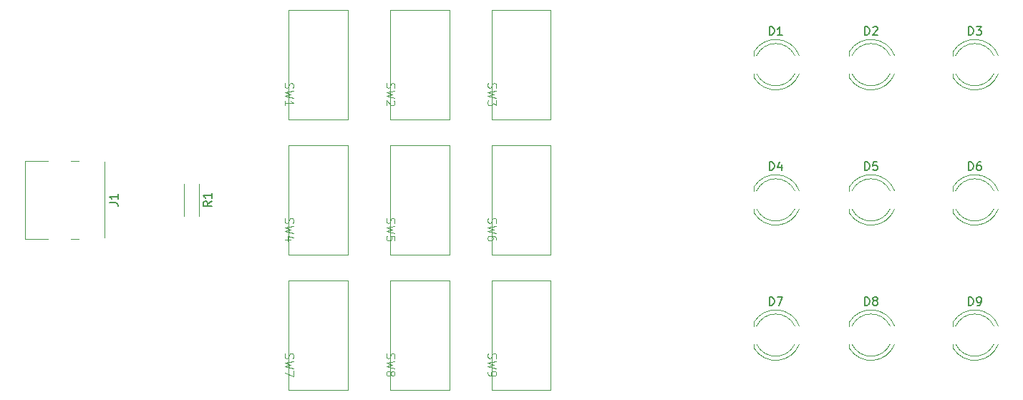
<source format=gbr>
%TF.GenerationSoftware,KiCad,Pcbnew,7.0.2*%
%TF.CreationDate,2024-02-04T01:23:05+01:00*%
%TF.ProjectId,TicTacToe,54696354-6163-4546-9f65-2e6b69636164,rev?*%
%TF.SameCoordinates,Original*%
%TF.FileFunction,Legend,Top*%
%TF.FilePolarity,Positive*%
%FSLAX46Y46*%
G04 Gerber Fmt 4.6, Leading zero omitted, Abs format (unit mm)*
G04 Created by KiCad (PCBNEW 7.0.2) date 2024-02-04 01:23:05*
%MOMM*%
%LPD*%
G01*
G04 APERTURE LIST*
%ADD10C,0.100000*%
%ADD11C,0.150000*%
%ADD12C,0.120000*%
G04 APERTURE END LIST*
D10*
%TO.C,SW9*%
X106085000Y-100166667D02*
X106037380Y-100309524D01*
X106037380Y-100309524D02*
X106037380Y-100547619D01*
X106037380Y-100547619D02*
X106085000Y-100642857D01*
X106085000Y-100642857D02*
X106132619Y-100690476D01*
X106132619Y-100690476D02*
X106227857Y-100738095D01*
X106227857Y-100738095D02*
X106323095Y-100738095D01*
X106323095Y-100738095D02*
X106418333Y-100690476D01*
X106418333Y-100690476D02*
X106465952Y-100642857D01*
X106465952Y-100642857D02*
X106513571Y-100547619D01*
X106513571Y-100547619D02*
X106561190Y-100357143D01*
X106561190Y-100357143D02*
X106608809Y-100261905D01*
X106608809Y-100261905D02*
X106656428Y-100214286D01*
X106656428Y-100214286D02*
X106751666Y-100166667D01*
X106751666Y-100166667D02*
X106846904Y-100166667D01*
X106846904Y-100166667D02*
X106942142Y-100214286D01*
X106942142Y-100214286D02*
X106989761Y-100261905D01*
X106989761Y-100261905D02*
X107037380Y-100357143D01*
X107037380Y-100357143D02*
X107037380Y-100595238D01*
X107037380Y-100595238D02*
X106989761Y-100738095D01*
X107037380Y-101071429D02*
X106037380Y-101309524D01*
X106037380Y-101309524D02*
X106751666Y-101500000D01*
X106751666Y-101500000D02*
X106037380Y-101690476D01*
X106037380Y-101690476D02*
X107037380Y-101928572D01*
X106037380Y-102357143D02*
X106037380Y-102547619D01*
X106037380Y-102547619D02*
X106085000Y-102642857D01*
X106085000Y-102642857D02*
X106132619Y-102690476D01*
X106132619Y-102690476D02*
X106275476Y-102785714D01*
X106275476Y-102785714D02*
X106465952Y-102833333D01*
X106465952Y-102833333D02*
X106846904Y-102833333D01*
X106846904Y-102833333D02*
X106942142Y-102785714D01*
X106942142Y-102785714D02*
X106989761Y-102738095D01*
X106989761Y-102738095D02*
X107037380Y-102642857D01*
X107037380Y-102642857D02*
X107037380Y-102452381D01*
X107037380Y-102452381D02*
X106989761Y-102357143D01*
X106989761Y-102357143D02*
X106942142Y-102309524D01*
X106942142Y-102309524D02*
X106846904Y-102261905D01*
X106846904Y-102261905D02*
X106608809Y-102261905D01*
X106608809Y-102261905D02*
X106513571Y-102309524D01*
X106513571Y-102309524D02*
X106465952Y-102357143D01*
X106465952Y-102357143D02*
X106418333Y-102452381D01*
X106418333Y-102452381D02*
X106418333Y-102642857D01*
X106418333Y-102642857D02*
X106465952Y-102738095D01*
X106465952Y-102738095D02*
X106513571Y-102785714D01*
X106513571Y-102785714D02*
X106608809Y-102833333D01*
%TO.C,SW8*%
X94085000Y-100166667D02*
X94037380Y-100309524D01*
X94037380Y-100309524D02*
X94037380Y-100547619D01*
X94037380Y-100547619D02*
X94085000Y-100642857D01*
X94085000Y-100642857D02*
X94132619Y-100690476D01*
X94132619Y-100690476D02*
X94227857Y-100738095D01*
X94227857Y-100738095D02*
X94323095Y-100738095D01*
X94323095Y-100738095D02*
X94418333Y-100690476D01*
X94418333Y-100690476D02*
X94465952Y-100642857D01*
X94465952Y-100642857D02*
X94513571Y-100547619D01*
X94513571Y-100547619D02*
X94561190Y-100357143D01*
X94561190Y-100357143D02*
X94608809Y-100261905D01*
X94608809Y-100261905D02*
X94656428Y-100214286D01*
X94656428Y-100214286D02*
X94751666Y-100166667D01*
X94751666Y-100166667D02*
X94846904Y-100166667D01*
X94846904Y-100166667D02*
X94942142Y-100214286D01*
X94942142Y-100214286D02*
X94989761Y-100261905D01*
X94989761Y-100261905D02*
X95037380Y-100357143D01*
X95037380Y-100357143D02*
X95037380Y-100595238D01*
X95037380Y-100595238D02*
X94989761Y-100738095D01*
X95037380Y-101071429D02*
X94037380Y-101309524D01*
X94037380Y-101309524D02*
X94751666Y-101500000D01*
X94751666Y-101500000D02*
X94037380Y-101690476D01*
X94037380Y-101690476D02*
X95037380Y-101928572D01*
X94608809Y-102452381D02*
X94656428Y-102357143D01*
X94656428Y-102357143D02*
X94704047Y-102309524D01*
X94704047Y-102309524D02*
X94799285Y-102261905D01*
X94799285Y-102261905D02*
X94846904Y-102261905D01*
X94846904Y-102261905D02*
X94942142Y-102309524D01*
X94942142Y-102309524D02*
X94989761Y-102357143D01*
X94989761Y-102357143D02*
X95037380Y-102452381D01*
X95037380Y-102452381D02*
X95037380Y-102642857D01*
X95037380Y-102642857D02*
X94989761Y-102738095D01*
X94989761Y-102738095D02*
X94942142Y-102785714D01*
X94942142Y-102785714D02*
X94846904Y-102833333D01*
X94846904Y-102833333D02*
X94799285Y-102833333D01*
X94799285Y-102833333D02*
X94704047Y-102785714D01*
X94704047Y-102785714D02*
X94656428Y-102738095D01*
X94656428Y-102738095D02*
X94608809Y-102642857D01*
X94608809Y-102642857D02*
X94608809Y-102452381D01*
X94608809Y-102452381D02*
X94561190Y-102357143D01*
X94561190Y-102357143D02*
X94513571Y-102309524D01*
X94513571Y-102309524D02*
X94418333Y-102261905D01*
X94418333Y-102261905D02*
X94227857Y-102261905D01*
X94227857Y-102261905D02*
X94132619Y-102309524D01*
X94132619Y-102309524D02*
X94085000Y-102357143D01*
X94085000Y-102357143D02*
X94037380Y-102452381D01*
X94037380Y-102452381D02*
X94037380Y-102642857D01*
X94037380Y-102642857D02*
X94085000Y-102738095D01*
X94085000Y-102738095D02*
X94132619Y-102785714D01*
X94132619Y-102785714D02*
X94227857Y-102833333D01*
X94227857Y-102833333D02*
X94418333Y-102833333D01*
X94418333Y-102833333D02*
X94513571Y-102785714D01*
X94513571Y-102785714D02*
X94561190Y-102738095D01*
X94561190Y-102738095D02*
X94608809Y-102642857D01*
%TO.C,SW7*%
X82085000Y-100166667D02*
X82037380Y-100309524D01*
X82037380Y-100309524D02*
X82037380Y-100547619D01*
X82037380Y-100547619D02*
X82085000Y-100642857D01*
X82085000Y-100642857D02*
X82132619Y-100690476D01*
X82132619Y-100690476D02*
X82227857Y-100738095D01*
X82227857Y-100738095D02*
X82323095Y-100738095D01*
X82323095Y-100738095D02*
X82418333Y-100690476D01*
X82418333Y-100690476D02*
X82465952Y-100642857D01*
X82465952Y-100642857D02*
X82513571Y-100547619D01*
X82513571Y-100547619D02*
X82561190Y-100357143D01*
X82561190Y-100357143D02*
X82608809Y-100261905D01*
X82608809Y-100261905D02*
X82656428Y-100214286D01*
X82656428Y-100214286D02*
X82751666Y-100166667D01*
X82751666Y-100166667D02*
X82846904Y-100166667D01*
X82846904Y-100166667D02*
X82942142Y-100214286D01*
X82942142Y-100214286D02*
X82989761Y-100261905D01*
X82989761Y-100261905D02*
X83037380Y-100357143D01*
X83037380Y-100357143D02*
X83037380Y-100595238D01*
X83037380Y-100595238D02*
X82989761Y-100738095D01*
X83037380Y-101071429D02*
X82037380Y-101309524D01*
X82037380Y-101309524D02*
X82751666Y-101500000D01*
X82751666Y-101500000D02*
X82037380Y-101690476D01*
X82037380Y-101690476D02*
X83037380Y-101928572D01*
X83037380Y-102214286D02*
X83037380Y-102880952D01*
X83037380Y-102880952D02*
X82037380Y-102452381D01*
%TO.C,SW6*%
X106085000Y-84166667D02*
X106037380Y-84309524D01*
X106037380Y-84309524D02*
X106037380Y-84547619D01*
X106037380Y-84547619D02*
X106085000Y-84642857D01*
X106085000Y-84642857D02*
X106132619Y-84690476D01*
X106132619Y-84690476D02*
X106227857Y-84738095D01*
X106227857Y-84738095D02*
X106323095Y-84738095D01*
X106323095Y-84738095D02*
X106418333Y-84690476D01*
X106418333Y-84690476D02*
X106465952Y-84642857D01*
X106465952Y-84642857D02*
X106513571Y-84547619D01*
X106513571Y-84547619D02*
X106561190Y-84357143D01*
X106561190Y-84357143D02*
X106608809Y-84261905D01*
X106608809Y-84261905D02*
X106656428Y-84214286D01*
X106656428Y-84214286D02*
X106751666Y-84166667D01*
X106751666Y-84166667D02*
X106846904Y-84166667D01*
X106846904Y-84166667D02*
X106942142Y-84214286D01*
X106942142Y-84214286D02*
X106989761Y-84261905D01*
X106989761Y-84261905D02*
X107037380Y-84357143D01*
X107037380Y-84357143D02*
X107037380Y-84595238D01*
X107037380Y-84595238D02*
X106989761Y-84738095D01*
X107037380Y-85071429D02*
X106037380Y-85309524D01*
X106037380Y-85309524D02*
X106751666Y-85500000D01*
X106751666Y-85500000D02*
X106037380Y-85690476D01*
X106037380Y-85690476D02*
X107037380Y-85928572D01*
X107037380Y-86738095D02*
X107037380Y-86547619D01*
X107037380Y-86547619D02*
X106989761Y-86452381D01*
X106989761Y-86452381D02*
X106942142Y-86404762D01*
X106942142Y-86404762D02*
X106799285Y-86309524D01*
X106799285Y-86309524D02*
X106608809Y-86261905D01*
X106608809Y-86261905D02*
X106227857Y-86261905D01*
X106227857Y-86261905D02*
X106132619Y-86309524D01*
X106132619Y-86309524D02*
X106085000Y-86357143D01*
X106085000Y-86357143D02*
X106037380Y-86452381D01*
X106037380Y-86452381D02*
X106037380Y-86642857D01*
X106037380Y-86642857D02*
X106085000Y-86738095D01*
X106085000Y-86738095D02*
X106132619Y-86785714D01*
X106132619Y-86785714D02*
X106227857Y-86833333D01*
X106227857Y-86833333D02*
X106465952Y-86833333D01*
X106465952Y-86833333D02*
X106561190Y-86785714D01*
X106561190Y-86785714D02*
X106608809Y-86738095D01*
X106608809Y-86738095D02*
X106656428Y-86642857D01*
X106656428Y-86642857D02*
X106656428Y-86452381D01*
X106656428Y-86452381D02*
X106608809Y-86357143D01*
X106608809Y-86357143D02*
X106561190Y-86309524D01*
X106561190Y-86309524D02*
X106465952Y-86261905D01*
%TO.C,SW5*%
X94085000Y-84166667D02*
X94037380Y-84309524D01*
X94037380Y-84309524D02*
X94037380Y-84547619D01*
X94037380Y-84547619D02*
X94085000Y-84642857D01*
X94085000Y-84642857D02*
X94132619Y-84690476D01*
X94132619Y-84690476D02*
X94227857Y-84738095D01*
X94227857Y-84738095D02*
X94323095Y-84738095D01*
X94323095Y-84738095D02*
X94418333Y-84690476D01*
X94418333Y-84690476D02*
X94465952Y-84642857D01*
X94465952Y-84642857D02*
X94513571Y-84547619D01*
X94513571Y-84547619D02*
X94561190Y-84357143D01*
X94561190Y-84357143D02*
X94608809Y-84261905D01*
X94608809Y-84261905D02*
X94656428Y-84214286D01*
X94656428Y-84214286D02*
X94751666Y-84166667D01*
X94751666Y-84166667D02*
X94846904Y-84166667D01*
X94846904Y-84166667D02*
X94942142Y-84214286D01*
X94942142Y-84214286D02*
X94989761Y-84261905D01*
X94989761Y-84261905D02*
X95037380Y-84357143D01*
X95037380Y-84357143D02*
X95037380Y-84595238D01*
X95037380Y-84595238D02*
X94989761Y-84738095D01*
X95037380Y-85071429D02*
X94037380Y-85309524D01*
X94037380Y-85309524D02*
X94751666Y-85500000D01*
X94751666Y-85500000D02*
X94037380Y-85690476D01*
X94037380Y-85690476D02*
X95037380Y-85928572D01*
X95037380Y-86785714D02*
X95037380Y-86309524D01*
X95037380Y-86309524D02*
X94561190Y-86261905D01*
X94561190Y-86261905D02*
X94608809Y-86309524D01*
X94608809Y-86309524D02*
X94656428Y-86404762D01*
X94656428Y-86404762D02*
X94656428Y-86642857D01*
X94656428Y-86642857D02*
X94608809Y-86738095D01*
X94608809Y-86738095D02*
X94561190Y-86785714D01*
X94561190Y-86785714D02*
X94465952Y-86833333D01*
X94465952Y-86833333D02*
X94227857Y-86833333D01*
X94227857Y-86833333D02*
X94132619Y-86785714D01*
X94132619Y-86785714D02*
X94085000Y-86738095D01*
X94085000Y-86738095D02*
X94037380Y-86642857D01*
X94037380Y-86642857D02*
X94037380Y-86404762D01*
X94037380Y-86404762D02*
X94085000Y-86309524D01*
X94085000Y-86309524D02*
X94132619Y-86261905D01*
%TO.C,SW4*%
X82085000Y-84166667D02*
X82037380Y-84309524D01*
X82037380Y-84309524D02*
X82037380Y-84547619D01*
X82037380Y-84547619D02*
X82085000Y-84642857D01*
X82085000Y-84642857D02*
X82132619Y-84690476D01*
X82132619Y-84690476D02*
X82227857Y-84738095D01*
X82227857Y-84738095D02*
X82323095Y-84738095D01*
X82323095Y-84738095D02*
X82418333Y-84690476D01*
X82418333Y-84690476D02*
X82465952Y-84642857D01*
X82465952Y-84642857D02*
X82513571Y-84547619D01*
X82513571Y-84547619D02*
X82561190Y-84357143D01*
X82561190Y-84357143D02*
X82608809Y-84261905D01*
X82608809Y-84261905D02*
X82656428Y-84214286D01*
X82656428Y-84214286D02*
X82751666Y-84166667D01*
X82751666Y-84166667D02*
X82846904Y-84166667D01*
X82846904Y-84166667D02*
X82942142Y-84214286D01*
X82942142Y-84214286D02*
X82989761Y-84261905D01*
X82989761Y-84261905D02*
X83037380Y-84357143D01*
X83037380Y-84357143D02*
X83037380Y-84595238D01*
X83037380Y-84595238D02*
X82989761Y-84738095D01*
X83037380Y-85071429D02*
X82037380Y-85309524D01*
X82037380Y-85309524D02*
X82751666Y-85500000D01*
X82751666Y-85500000D02*
X82037380Y-85690476D01*
X82037380Y-85690476D02*
X83037380Y-85928572D01*
X82704047Y-86738095D02*
X82037380Y-86738095D01*
X83085000Y-86500000D02*
X82370714Y-86261905D01*
X82370714Y-86261905D02*
X82370714Y-86880952D01*
%TO.C,SW3*%
X106085000Y-68166667D02*
X106037380Y-68309524D01*
X106037380Y-68309524D02*
X106037380Y-68547619D01*
X106037380Y-68547619D02*
X106085000Y-68642857D01*
X106085000Y-68642857D02*
X106132619Y-68690476D01*
X106132619Y-68690476D02*
X106227857Y-68738095D01*
X106227857Y-68738095D02*
X106323095Y-68738095D01*
X106323095Y-68738095D02*
X106418333Y-68690476D01*
X106418333Y-68690476D02*
X106465952Y-68642857D01*
X106465952Y-68642857D02*
X106513571Y-68547619D01*
X106513571Y-68547619D02*
X106561190Y-68357143D01*
X106561190Y-68357143D02*
X106608809Y-68261905D01*
X106608809Y-68261905D02*
X106656428Y-68214286D01*
X106656428Y-68214286D02*
X106751666Y-68166667D01*
X106751666Y-68166667D02*
X106846904Y-68166667D01*
X106846904Y-68166667D02*
X106942142Y-68214286D01*
X106942142Y-68214286D02*
X106989761Y-68261905D01*
X106989761Y-68261905D02*
X107037380Y-68357143D01*
X107037380Y-68357143D02*
X107037380Y-68595238D01*
X107037380Y-68595238D02*
X106989761Y-68738095D01*
X107037380Y-69071429D02*
X106037380Y-69309524D01*
X106037380Y-69309524D02*
X106751666Y-69500000D01*
X106751666Y-69500000D02*
X106037380Y-69690476D01*
X106037380Y-69690476D02*
X107037380Y-69928572D01*
X107037380Y-70214286D02*
X107037380Y-70833333D01*
X107037380Y-70833333D02*
X106656428Y-70500000D01*
X106656428Y-70500000D02*
X106656428Y-70642857D01*
X106656428Y-70642857D02*
X106608809Y-70738095D01*
X106608809Y-70738095D02*
X106561190Y-70785714D01*
X106561190Y-70785714D02*
X106465952Y-70833333D01*
X106465952Y-70833333D02*
X106227857Y-70833333D01*
X106227857Y-70833333D02*
X106132619Y-70785714D01*
X106132619Y-70785714D02*
X106085000Y-70738095D01*
X106085000Y-70738095D02*
X106037380Y-70642857D01*
X106037380Y-70642857D02*
X106037380Y-70357143D01*
X106037380Y-70357143D02*
X106085000Y-70261905D01*
X106085000Y-70261905D02*
X106132619Y-70214286D01*
%TO.C,SW2*%
X94085000Y-68166667D02*
X94037380Y-68309524D01*
X94037380Y-68309524D02*
X94037380Y-68547619D01*
X94037380Y-68547619D02*
X94085000Y-68642857D01*
X94085000Y-68642857D02*
X94132619Y-68690476D01*
X94132619Y-68690476D02*
X94227857Y-68738095D01*
X94227857Y-68738095D02*
X94323095Y-68738095D01*
X94323095Y-68738095D02*
X94418333Y-68690476D01*
X94418333Y-68690476D02*
X94465952Y-68642857D01*
X94465952Y-68642857D02*
X94513571Y-68547619D01*
X94513571Y-68547619D02*
X94561190Y-68357143D01*
X94561190Y-68357143D02*
X94608809Y-68261905D01*
X94608809Y-68261905D02*
X94656428Y-68214286D01*
X94656428Y-68214286D02*
X94751666Y-68166667D01*
X94751666Y-68166667D02*
X94846904Y-68166667D01*
X94846904Y-68166667D02*
X94942142Y-68214286D01*
X94942142Y-68214286D02*
X94989761Y-68261905D01*
X94989761Y-68261905D02*
X95037380Y-68357143D01*
X95037380Y-68357143D02*
X95037380Y-68595238D01*
X95037380Y-68595238D02*
X94989761Y-68738095D01*
X95037380Y-69071429D02*
X94037380Y-69309524D01*
X94037380Y-69309524D02*
X94751666Y-69500000D01*
X94751666Y-69500000D02*
X94037380Y-69690476D01*
X94037380Y-69690476D02*
X95037380Y-69928572D01*
X94942142Y-70261905D02*
X94989761Y-70309524D01*
X94989761Y-70309524D02*
X95037380Y-70404762D01*
X95037380Y-70404762D02*
X95037380Y-70642857D01*
X95037380Y-70642857D02*
X94989761Y-70738095D01*
X94989761Y-70738095D02*
X94942142Y-70785714D01*
X94942142Y-70785714D02*
X94846904Y-70833333D01*
X94846904Y-70833333D02*
X94751666Y-70833333D01*
X94751666Y-70833333D02*
X94608809Y-70785714D01*
X94608809Y-70785714D02*
X94037380Y-70214286D01*
X94037380Y-70214286D02*
X94037380Y-70833333D01*
%TO.C,SW1*%
X82085000Y-68166667D02*
X82037380Y-68309524D01*
X82037380Y-68309524D02*
X82037380Y-68547619D01*
X82037380Y-68547619D02*
X82085000Y-68642857D01*
X82085000Y-68642857D02*
X82132619Y-68690476D01*
X82132619Y-68690476D02*
X82227857Y-68738095D01*
X82227857Y-68738095D02*
X82323095Y-68738095D01*
X82323095Y-68738095D02*
X82418333Y-68690476D01*
X82418333Y-68690476D02*
X82465952Y-68642857D01*
X82465952Y-68642857D02*
X82513571Y-68547619D01*
X82513571Y-68547619D02*
X82561190Y-68357143D01*
X82561190Y-68357143D02*
X82608809Y-68261905D01*
X82608809Y-68261905D02*
X82656428Y-68214286D01*
X82656428Y-68214286D02*
X82751666Y-68166667D01*
X82751666Y-68166667D02*
X82846904Y-68166667D01*
X82846904Y-68166667D02*
X82942142Y-68214286D01*
X82942142Y-68214286D02*
X82989761Y-68261905D01*
X82989761Y-68261905D02*
X83037380Y-68357143D01*
X83037380Y-68357143D02*
X83037380Y-68595238D01*
X83037380Y-68595238D02*
X82989761Y-68738095D01*
X83037380Y-69071429D02*
X82037380Y-69309524D01*
X82037380Y-69309524D02*
X82751666Y-69500000D01*
X82751666Y-69500000D02*
X82037380Y-69690476D01*
X82037380Y-69690476D02*
X83037380Y-69928572D01*
X82037380Y-70833333D02*
X82037380Y-70261905D01*
X82037380Y-70547619D02*
X83037380Y-70547619D01*
X83037380Y-70547619D02*
X82894523Y-70452381D01*
X82894523Y-70452381D02*
X82799285Y-70357143D01*
X82799285Y-70357143D02*
X82751666Y-70261905D01*
D11*
%TO.C,R1*%
X73382619Y-82166666D02*
X72906428Y-82499999D01*
X73382619Y-82738094D02*
X72382619Y-82738094D01*
X72382619Y-82738094D02*
X72382619Y-82357142D01*
X72382619Y-82357142D02*
X72430238Y-82261904D01*
X72430238Y-82261904D02*
X72477857Y-82214285D01*
X72477857Y-82214285D02*
X72573095Y-82166666D01*
X72573095Y-82166666D02*
X72715952Y-82166666D01*
X72715952Y-82166666D02*
X72811190Y-82214285D01*
X72811190Y-82214285D02*
X72858809Y-82261904D01*
X72858809Y-82261904D02*
X72906428Y-82357142D01*
X72906428Y-82357142D02*
X72906428Y-82738094D01*
X73382619Y-81214285D02*
X73382619Y-81785713D01*
X73382619Y-81499999D02*
X72382619Y-81499999D01*
X72382619Y-81499999D02*
X72525476Y-81595237D01*
X72525476Y-81595237D02*
X72620714Y-81690475D01*
X72620714Y-81690475D02*
X72668333Y-81785713D01*
%TO.C,J1*%
X61287619Y-82333333D02*
X62001904Y-82333333D01*
X62001904Y-82333333D02*
X62144761Y-82380952D01*
X62144761Y-82380952D02*
X62240000Y-82476190D01*
X62240000Y-82476190D02*
X62287619Y-82619047D01*
X62287619Y-82619047D02*
X62287619Y-82714285D01*
X62287619Y-81333333D02*
X62287619Y-81904761D01*
X62287619Y-81619047D02*
X61287619Y-81619047D01*
X61287619Y-81619047D02*
X61430476Y-81714285D01*
X61430476Y-81714285D02*
X61525714Y-81809523D01*
X61525714Y-81809523D02*
X61573333Y-81904761D01*
%TO.C,D9*%
X162896905Y-94502619D02*
X162896905Y-93502619D01*
X162896905Y-93502619D02*
X163135000Y-93502619D01*
X163135000Y-93502619D02*
X163277857Y-93550238D01*
X163277857Y-93550238D02*
X163373095Y-93645476D01*
X163373095Y-93645476D02*
X163420714Y-93740714D01*
X163420714Y-93740714D02*
X163468333Y-93931190D01*
X163468333Y-93931190D02*
X163468333Y-94074047D01*
X163468333Y-94074047D02*
X163420714Y-94264523D01*
X163420714Y-94264523D02*
X163373095Y-94359761D01*
X163373095Y-94359761D02*
X163277857Y-94455000D01*
X163277857Y-94455000D02*
X163135000Y-94502619D01*
X163135000Y-94502619D02*
X162896905Y-94502619D01*
X163944524Y-94502619D02*
X164135000Y-94502619D01*
X164135000Y-94502619D02*
X164230238Y-94455000D01*
X164230238Y-94455000D02*
X164277857Y-94407380D01*
X164277857Y-94407380D02*
X164373095Y-94264523D01*
X164373095Y-94264523D02*
X164420714Y-94074047D01*
X164420714Y-94074047D02*
X164420714Y-93693095D01*
X164420714Y-93693095D02*
X164373095Y-93597857D01*
X164373095Y-93597857D02*
X164325476Y-93550238D01*
X164325476Y-93550238D02*
X164230238Y-93502619D01*
X164230238Y-93502619D02*
X164039762Y-93502619D01*
X164039762Y-93502619D02*
X163944524Y-93550238D01*
X163944524Y-93550238D02*
X163896905Y-93597857D01*
X163896905Y-93597857D02*
X163849286Y-93693095D01*
X163849286Y-93693095D02*
X163849286Y-93931190D01*
X163849286Y-93931190D02*
X163896905Y-94026428D01*
X163896905Y-94026428D02*
X163944524Y-94074047D01*
X163944524Y-94074047D02*
X164039762Y-94121666D01*
X164039762Y-94121666D02*
X164230238Y-94121666D01*
X164230238Y-94121666D02*
X164325476Y-94074047D01*
X164325476Y-94074047D02*
X164373095Y-94026428D01*
X164373095Y-94026428D02*
X164420714Y-93931190D01*
%TO.C,D8*%
X150626905Y-94502619D02*
X150626905Y-93502619D01*
X150626905Y-93502619D02*
X150865000Y-93502619D01*
X150865000Y-93502619D02*
X151007857Y-93550238D01*
X151007857Y-93550238D02*
X151103095Y-93645476D01*
X151103095Y-93645476D02*
X151150714Y-93740714D01*
X151150714Y-93740714D02*
X151198333Y-93931190D01*
X151198333Y-93931190D02*
X151198333Y-94074047D01*
X151198333Y-94074047D02*
X151150714Y-94264523D01*
X151150714Y-94264523D02*
X151103095Y-94359761D01*
X151103095Y-94359761D02*
X151007857Y-94455000D01*
X151007857Y-94455000D02*
X150865000Y-94502619D01*
X150865000Y-94502619D02*
X150626905Y-94502619D01*
X151769762Y-93931190D02*
X151674524Y-93883571D01*
X151674524Y-93883571D02*
X151626905Y-93835952D01*
X151626905Y-93835952D02*
X151579286Y-93740714D01*
X151579286Y-93740714D02*
X151579286Y-93693095D01*
X151579286Y-93693095D02*
X151626905Y-93597857D01*
X151626905Y-93597857D02*
X151674524Y-93550238D01*
X151674524Y-93550238D02*
X151769762Y-93502619D01*
X151769762Y-93502619D02*
X151960238Y-93502619D01*
X151960238Y-93502619D02*
X152055476Y-93550238D01*
X152055476Y-93550238D02*
X152103095Y-93597857D01*
X152103095Y-93597857D02*
X152150714Y-93693095D01*
X152150714Y-93693095D02*
X152150714Y-93740714D01*
X152150714Y-93740714D02*
X152103095Y-93835952D01*
X152103095Y-93835952D02*
X152055476Y-93883571D01*
X152055476Y-93883571D02*
X151960238Y-93931190D01*
X151960238Y-93931190D02*
X151769762Y-93931190D01*
X151769762Y-93931190D02*
X151674524Y-93978809D01*
X151674524Y-93978809D02*
X151626905Y-94026428D01*
X151626905Y-94026428D02*
X151579286Y-94121666D01*
X151579286Y-94121666D02*
X151579286Y-94312142D01*
X151579286Y-94312142D02*
X151626905Y-94407380D01*
X151626905Y-94407380D02*
X151674524Y-94455000D01*
X151674524Y-94455000D02*
X151769762Y-94502619D01*
X151769762Y-94502619D02*
X151960238Y-94502619D01*
X151960238Y-94502619D02*
X152055476Y-94455000D01*
X152055476Y-94455000D02*
X152103095Y-94407380D01*
X152103095Y-94407380D02*
X152150714Y-94312142D01*
X152150714Y-94312142D02*
X152150714Y-94121666D01*
X152150714Y-94121666D02*
X152103095Y-94026428D01*
X152103095Y-94026428D02*
X152055476Y-93978809D01*
X152055476Y-93978809D02*
X151960238Y-93931190D01*
%TO.C,D7*%
X139356905Y-94502619D02*
X139356905Y-93502619D01*
X139356905Y-93502619D02*
X139595000Y-93502619D01*
X139595000Y-93502619D02*
X139737857Y-93550238D01*
X139737857Y-93550238D02*
X139833095Y-93645476D01*
X139833095Y-93645476D02*
X139880714Y-93740714D01*
X139880714Y-93740714D02*
X139928333Y-93931190D01*
X139928333Y-93931190D02*
X139928333Y-94074047D01*
X139928333Y-94074047D02*
X139880714Y-94264523D01*
X139880714Y-94264523D02*
X139833095Y-94359761D01*
X139833095Y-94359761D02*
X139737857Y-94455000D01*
X139737857Y-94455000D02*
X139595000Y-94502619D01*
X139595000Y-94502619D02*
X139356905Y-94502619D01*
X140261667Y-93502619D02*
X140928333Y-93502619D01*
X140928333Y-93502619D02*
X140499762Y-94502619D01*
%TO.C,D6*%
X162896905Y-78502619D02*
X162896905Y-77502619D01*
X162896905Y-77502619D02*
X163135000Y-77502619D01*
X163135000Y-77502619D02*
X163277857Y-77550238D01*
X163277857Y-77550238D02*
X163373095Y-77645476D01*
X163373095Y-77645476D02*
X163420714Y-77740714D01*
X163420714Y-77740714D02*
X163468333Y-77931190D01*
X163468333Y-77931190D02*
X163468333Y-78074047D01*
X163468333Y-78074047D02*
X163420714Y-78264523D01*
X163420714Y-78264523D02*
X163373095Y-78359761D01*
X163373095Y-78359761D02*
X163277857Y-78455000D01*
X163277857Y-78455000D02*
X163135000Y-78502619D01*
X163135000Y-78502619D02*
X162896905Y-78502619D01*
X164325476Y-77502619D02*
X164135000Y-77502619D01*
X164135000Y-77502619D02*
X164039762Y-77550238D01*
X164039762Y-77550238D02*
X163992143Y-77597857D01*
X163992143Y-77597857D02*
X163896905Y-77740714D01*
X163896905Y-77740714D02*
X163849286Y-77931190D01*
X163849286Y-77931190D02*
X163849286Y-78312142D01*
X163849286Y-78312142D02*
X163896905Y-78407380D01*
X163896905Y-78407380D02*
X163944524Y-78455000D01*
X163944524Y-78455000D02*
X164039762Y-78502619D01*
X164039762Y-78502619D02*
X164230238Y-78502619D01*
X164230238Y-78502619D02*
X164325476Y-78455000D01*
X164325476Y-78455000D02*
X164373095Y-78407380D01*
X164373095Y-78407380D02*
X164420714Y-78312142D01*
X164420714Y-78312142D02*
X164420714Y-78074047D01*
X164420714Y-78074047D02*
X164373095Y-77978809D01*
X164373095Y-77978809D02*
X164325476Y-77931190D01*
X164325476Y-77931190D02*
X164230238Y-77883571D01*
X164230238Y-77883571D02*
X164039762Y-77883571D01*
X164039762Y-77883571D02*
X163944524Y-77931190D01*
X163944524Y-77931190D02*
X163896905Y-77978809D01*
X163896905Y-77978809D02*
X163849286Y-78074047D01*
%TO.C,D5*%
X150626905Y-78502619D02*
X150626905Y-77502619D01*
X150626905Y-77502619D02*
X150865000Y-77502619D01*
X150865000Y-77502619D02*
X151007857Y-77550238D01*
X151007857Y-77550238D02*
X151103095Y-77645476D01*
X151103095Y-77645476D02*
X151150714Y-77740714D01*
X151150714Y-77740714D02*
X151198333Y-77931190D01*
X151198333Y-77931190D02*
X151198333Y-78074047D01*
X151198333Y-78074047D02*
X151150714Y-78264523D01*
X151150714Y-78264523D02*
X151103095Y-78359761D01*
X151103095Y-78359761D02*
X151007857Y-78455000D01*
X151007857Y-78455000D02*
X150865000Y-78502619D01*
X150865000Y-78502619D02*
X150626905Y-78502619D01*
X152103095Y-77502619D02*
X151626905Y-77502619D01*
X151626905Y-77502619D02*
X151579286Y-77978809D01*
X151579286Y-77978809D02*
X151626905Y-77931190D01*
X151626905Y-77931190D02*
X151722143Y-77883571D01*
X151722143Y-77883571D02*
X151960238Y-77883571D01*
X151960238Y-77883571D02*
X152055476Y-77931190D01*
X152055476Y-77931190D02*
X152103095Y-77978809D01*
X152103095Y-77978809D02*
X152150714Y-78074047D01*
X152150714Y-78074047D02*
X152150714Y-78312142D01*
X152150714Y-78312142D02*
X152103095Y-78407380D01*
X152103095Y-78407380D02*
X152055476Y-78455000D01*
X152055476Y-78455000D02*
X151960238Y-78502619D01*
X151960238Y-78502619D02*
X151722143Y-78502619D01*
X151722143Y-78502619D02*
X151626905Y-78455000D01*
X151626905Y-78455000D02*
X151579286Y-78407380D01*
%TO.C,D4*%
X139356905Y-78502619D02*
X139356905Y-77502619D01*
X139356905Y-77502619D02*
X139595000Y-77502619D01*
X139595000Y-77502619D02*
X139737857Y-77550238D01*
X139737857Y-77550238D02*
X139833095Y-77645476D01*
X139833095Y-77645476D02*
X139880714Y-77740714D01*
X139880714Y-77740714D02*
X139928333Y-77931190D01*
X139928333Y-77931190D02*
X139928333Y-78074047D01*
X139928333Y-78074047D02*
X139880714Y-78264523D01*
X139880714Y-78264523D02*
X139833095Y-78359761D01*
X139833095Y-78359761D02*
X139737857Y-78455000D01*
X139737857Y-78455000D02*
X139595000Y-78502619D01*
X139595000Y-78502619D02*
X139356905Y-78502619D01*
X140785476Y-77835952D02*
X140785476Y-78502619D01*
X140547381Y-77455000D02*
X140309286Y-78169285D01*
X140309286Y-78169285D02*
X140928333Y-78169285D01*
%TO.C,D3*%
X162896905Y-62502619D02*
X162896905Y-61502619D01*
X162896905Y-61502619D02*
X163135000Y-61502619D01*
X163135000Y-61502619D02*
X163277857Y-61550238D01*
X163277857Y-61550238D02*
X163373095Y-61645476D01*
X163373095Y-61645476D02*
X163420714Y-61740714D01*
X163420714Y-61740714D02*
X163468333Y-61931190D01*
X163468333Y-61931190D02*
X163468333Y-62074047D01*
X163468333Y-62074047D02*
X163420714Y-62264523D01*
X163420714Y-62264523D02*
X163373095Y-62359761D01*
X163373095Y-62359761D02*
X163277857Y-62455000D01*
X163277857Y-62455000D02*
X163135000Y-62502619D01*
X163135000Y-62502619D02*
X162896905Y-62502619D01*
X163801667Y-61502619D02*
X164420714Y-61502619D01*
X164420714Y-61502619D02*
X164087381Y-61883571D01*
X164087381Y-61883571D02*
X164230238Y-61883571D01*
X164230238Y-61883571D02*
X164325476Y-61931190D01*
X164325476Y-61931190D02*
X164373095Y-61978809D01*
X164373095Y-61978809D02*
X164420714Y-62074047D01*
X164420714Y-62074047D02*
X164420714Y-62312142D01*
X164420714Y-62312142D02*
X164373095Y-62407380D01*
X164373095Y-62407380D02*
X164325476Y-62455000D01*
X164325476Y-62455000D02*
X164230238Y-62502619D01*
X164230238Y-62502619D02*
X163944524Y-62502619D01*
X163944524Y-62502619D02*
X163849286Y-62455000D01*
X163849286Y-62455000D02*
X163801667Y-62407380D01*
%TO.C,D2*%
X150626905Y-62502619D02*
X150626905Y-61502619D01*
X150626905Y-61502619D02*
X150865000Y-61502619D01*
X150865000Y-61502619D02*
X151007857Y-61550238D01*
X151007857Y-61550238D02*
X151103095Y-61645476D01*
X151103095Y-61645476D02*
X151150714Y-61740714D01*
X151150714Y-61740714D02*
X151198333Y-61931190D01*
X151198333Y-61931190D02*
X151198333Y-62074047D01*
X151198333Y-62074047D02*
X151150714Y-62264523D01*
X151150714Y-62264523D02*
X151103095Y-62359761D01*
X151103095Y-62359761D02*
X151007857Y-62455000D01*
X151007857Y-62455000D02*
X150865000Y-62502619D01*
X150865000Y-62502619D02*
X150626905Y-62502619D01*
X151579286Y-61597857D02*
X151626905Y-61550238D01*
X151626905Y-61550238D02*
X151722143Y-61502619D01*
X151722143Y-61502619D02*
X151960238Y-61502619D01*
X151960238Y-61502619D02*
X152055476Y-61550238D01*
X152055476Y-61550238D02*
X152103095Y-61597857D01*
X152103095Y-61597857D02*
X152150714Y-61693095D01*
X152150714Y-61693095D02*
X152150714Y-61788333D01*
X152150714Y-61788333D02*
X152103095Y-61931190D01*
X152103095Y-61931190D02*
X151531667Y-62502619D01*
X151531667Y-62502619D02*
X152150714Y-62502619D01*
%TO.C,D1*%
X139356905Y-62502619D02*
X139356905Y-61502619D01*
X139356905Y-61502619D02*
X139595000Y-61502619D01*
X139595000Y-61502619D02*
X139737857Y-61550238D01*
X139737857Y-61550238D02*
X139833095Y-61645476D01*
X139833095Y-61645476D02*
X139880714Y-61740714D01*
X139880714Y-61740714D02*
X139928333Y-61931190D01*
X139928333Y-61931190D02*
X139928333Y-62074047D01*
X139928333Y-62074047D02*
X139880714Y-62264523D01*
X139880714Y-62264523D02*
X139833095Y-62359761D01*
X139833095Y-62359761D02*
X139737857Y-62455000D01*
X139737857Y-62455000D02*
X139595000Y-62502619D01*
X139595000Y-62502619D02*
X139356905Y-62502619D01*
X140880714Y-62502619D02*
X140309286Y-62502619D01*
X140595000Y-62502619D02*
X140595000Y-61502619D01*
X140595000Y-61502619D02*
X140499762Y-61645476D01*
X140499762Y-61645476D02*
X140404524Y-61740714D01*
X140404524Y-61740714D02*
X140309286Y-61788333D01*
D10*
%TO.C,SW9*%
X113500000Y-91500000D02*
X106500000Y-91500000D01*
X106500000Y-91500000D02*
X106500000Y-104500000D01*
X106500000Y-104500000D02*
X113500000Y-104500000D01*
X113500000Y-104500000D02*
X113500000Y-91500000D01*
%TO.C,SW8*%
X101500000Y-91500000D02*
X94500000Y-91500000D01*
X94500000Y-91500000D02*
X94500000Y-104500000D01*
X94500000Y-104500000D02*
X101500000Y-104500000D01*
X101500000Y-104500000D02*
X101500000Y-91500000D01*
%TO.C,SW7*%
X89500000Y-91500000D02*
X82500000Y-91500000D01*
X82500000Y-91500000D02*
X82500000Y-104500000D01*
X82500000Y-104500000D02*
X89500000Y-104500000D01*
X89500000Y-104500000D02*
X89500000Y-91500000D01*
%TO.C,SW6*%
X113500000Y-75500000D02*
X106500000Y-75500000D01*
X106500000Y-75500000D02*
X106500000Y-88500000D01*
X106500000Y-88500000D02*
X113500000Y-88500000D01*
X113500000Y-88500000D02*
X113500000Y-75500000D01*
%TO.C,SW5*%
X101500000Y-75500000D02*
X94500000Y-75500000D01*
X94500000Y-75500000D02*
X94500000Y-88500000D01*
X94500000Y-88500000D02*
X101500000Y-88500000D01*
X101500000Y-88500000D02*
X101500000Y-75500000D01*
%TO.C,SW4*%
X89500000Y-75500000D02*
X82500000Y-75500000D01*
X82500000Y-75500000D02*
X82500000Y-88500000D01*
X82500000Y-88500000D02*
X89500000Y-88500000D01*
X89500000Y-88500000D02*
X89500000Y-75500000D01*
%TO.C,SW3*%
X113500000Y-59500000D02*
X106500000Y-59500000D01*
X106500000Y-59500000D02*
X106500000Y-72500000D01*
X106500000Y-72500000D02*
X113500000Y-72500000D01*
X113500000Y-72500000D02*
X113500000Y-59500000D01*
%TO.C,SW2*%
X101500000Y-59500000D02*
X94500000Y-59500000D01*
X94500000Y-59500000D02*
X94500000Y-72500000D01*
X94500000Y-72500000D02*
X101500000Y-72500000D01*
X101500000Y-72500000D02*
X101500000Y-59500000D01*
%TO.C,SW1*%
X89500000Y-59500000D02*
X82500000Y-59500000D01*
X82500000Y-59500000D02*
X82500000Y-72500000D01*
X82500000Y-72500000D02*
X89500000Y-72500000D01*
X89500000Y-72500000D02*
X89500000Y-59500000D01*
D12*
%TO.C,R1*%
X70080000Y-80080000D02*
X70080000Y-83920000D01*
X71920000Y-80080000D02*
X71920000Y-83920000D01*
%TO.C,J1*%
X54025000Y-86595000D02*
X51295000Y-86595000D01*
X60705000Y-77525000D02*
X60705000Y-86475000D01*
X51295000Y-77405000D02*
X51295000Y-86595000D01*
X57625000Y-77405000D02*
X56725000Y-77405000D01*
X54025000Y-77405000D02*
X51295000Y-77405000D01*
X57625000Y-86595000D02*
X56725000Y-86595000D01*
%TO.C,D9*%
X161075000Y-96455000D02*
X161075000Y-96920000D01*
X161075000Y-99080000D02*
X161075000Y-99545000D01*
X166422814Y-96919173D02*
G75*
G03*
X161075001Y-96455170I-2787814J-1080827D01*
G01*
X165889478Y-96919572D02*
G75*
G03*
X161380317Y-96920000I-2254478J-1080428D01*
G01*
X161380316Y-99080000D02*
G75*
G03*
X165889479Y-99080429I2254684J1080000D01*
G01*
X161075000Y-99544830D02*
G75*
G03*
X166422815Y-99080827I2560000J1544831D01*
G01*
%TO.C,D8*%
X148805000Y-96455000D02*
X148805000Y-96920000D01*
X148805000Y-99080000D02*
X148805000Y-99545000D01*
X154152814Y-96919173D02*
G75*
G03*
X148805001Y-96455170I-2787814J-1080827D01*
G01*
X153619478Y-96919572D02*
G75*
G03*
X149110317Y-96920000I-2254478J-1080428D01*
G01*
X149110316Y-99080000D02*
G75*
G03*
X153619479Y-99080429I2254684J1080000D01*
G01*
X148805000Y-99544830D02*
G75*
G03*
X154152815Y-99080827I2560000J1544831D01*
G01*
%TO.C,D7*%
X137535000Y-96455000D02*
X137535000Y-96920000D01*
X137535000Y-99080000D02*
X137535000Y-99545000D01*
X142882814Y-96919173D02*
G75*
G03*
X137535001Y-96455170I-2787814J-1080827D01*
G01*
X142349478Y-96919572D02*
G75*
G03*
X137840317Y-96920000I-2254478J-1080428D01*
G01*
X137840316Y-99080000D02*
G75*
G03*
X142349479Y-99080429I2254684J1080000D01*
G01*
X137535000Y-99544830D02*
G75*
G03*
X142882815Y-99080827I2560000J1544831D01*
G01*
%TO.C,D6*%
X161075000Y-80455000D02*
X161075000Y-80920000D01*
X161075000Y-83080000D02*
X161075000Y-83545000D01*
X166422814Y-80919173D02*
G75*
G03*
X161075001Y-80455170I-2787814J-1080827D01*
G01*
X165889478Y-80919572D02*
G75*
G03*
X161380317Y-80920000I-2254478J-1080428D01*
G01*
X161380316Y-83080000D02*
G75*
G03*
X165889479Y-83080429I2254684J1080000D01*
G01*
X161075000Y-83544830D02*
G75*
G03*
X166422815Y-83080827I2560000J1544831D01*
G01*
%TO.C,D5*%
X148805000Y-80455000D02*
X148805000Y-80920000D01*
X148805000Y-83080000D02*
X148805000Y-83545000D01*
X154152814Y-80919173D02*
G75*
G03*
X148805001Y-80455170I-2787814J-1080827D01*
G01*
X153619478Y-80919572D02*
G75*
G03*
X149110317Y-80920000I-2254478J-1080428D01*
G01*
X149110316Y-83080000D02*
G75*
G03*
X153619479Y-83080429I2254684J1080000D01*
G01*
X148805000Y-83544830D02*
G75*
G03*
X154152815Y-83080827I2560000J1544831D01*
G01*
%TO.C,D4*%
X137535000Y-83544830D02*
G75*
G03*
X142882815Y-83080827I2560000J1544831D01*
G01*
X137840316Y-83080000D02*
G75*
G03*
X142349479Y-83080429I2254684J1080000D01*
G01*
X142349478Y-80919572D02*
G75*
G03*
X137840317Y-80920000I-2254478J-1080428D01*
G01*
X142882814Y-80919173D02*
G75*
G03*
X137535001Y-80455170I-2787814J-1080827D01*
G01*
X137535000Y-83080000D02*
X137535000Y-83545000D01*
X137535000Y-80455000D02*
X137535000Y-80920000D01*
%TO.C,D3*%
X161075000Y-67544830D02*
G75*
G03*
X166422815Y-67080827I2560000J1544831D01*
G01*
X161380316Y-67080000D02*
G75*
G03*
X165889479Y-67080429I2254684J1080000D01*
G01*
X165889478Y-64919572D02*
G75*
G03*
X161380317Y-64920000I-2254478J-1080428D01*
G01*
X166422814Y-64919173D02*
G75*
G03*
X161075001Y-64455170I-2787814J-1080827D01*
G01*
X161075000Y-67080000D02*
X161075000Y-67545000D01*
X161075000Y-64455000D02*
X161075000Y-64920000D01*
%TO.C,D2*%
X148805000Y-64455000D02*
X148805000Y-64920000D01*
X148805000Y-67080000D02*
X148805000Y-67545000D01*
X154152814Y-64919173D02*
G75*
G03*
X148805001Y-64455170I-2787814J-1080827D01*
G01*
X153619478Y-64919572D02*
G75*
G03*
X149110317Y-64920000I-2254478J-1080428D01*
G01*
X149110316Y-67080000D02*
G75*
G03*
X153619479Y-67080429I2254684J1080000D01*
G01*
X148805000Y-67544830D02*
G75*
G03*
X154152815Y-67080827I2560000J1544831D01*
G01*
%TO.C,D1*%
X137535000Y-67544830D02*
G75*
G03*
X142882815Y-67080827I2560000J1544831D01*
G01*
X137840316Y-67080000D02*
G75*
G03*
X142349479Y-67080429I2254684J1080000D01*
G01*
X142349478Y-64919572D02*
G75*
G03*
X137840317Y-64920000I-2254478J-1080428D01*
G01*
X142882814Y-64919173D02*
G75*
G03*
X137535001Y-64455170I-2787814J-1080827D01*
G01*
X137535000Y-67080000D02*
X137535000Y-67545000D01*
X137535000Y-64455000D02*
X137535000Y-64920000D01*
%TD*%
M02*

</source>
